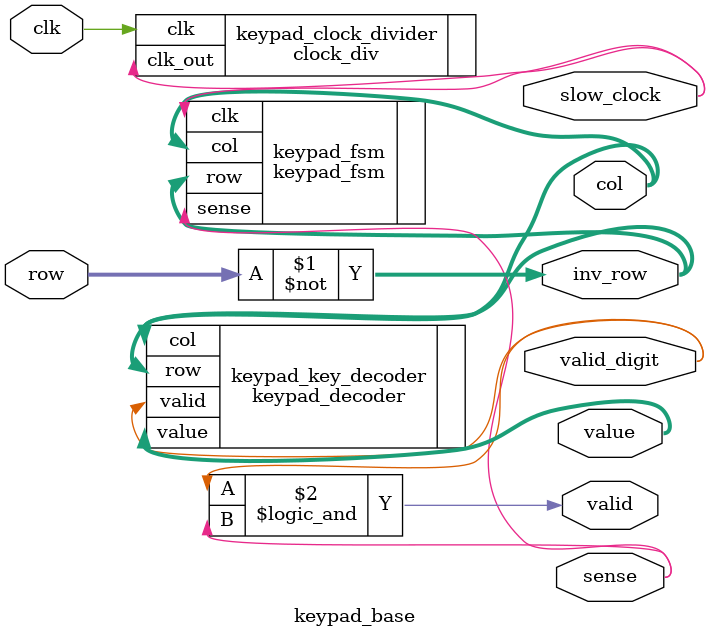
<source format=v>
module keypad_base( // Depends: clock_div, keypad_fsm, keypad_decoder
input clk,
input [3:0] row,
output [3:0] col,
output [3:0] value,
output valid,
// Debug
output slow_clock,
output sense,
output valid_digit,
output [3:0] inv_row
);
assign inv_row = ~row;
clock_div #(.DIV(100000)) keypad_clock_divider(
.clk(clk),
.clk_out(slow_clock)
);
keypad_fsm keypad_fsm(
.clk(slow_clock),
.row(inv_row),
.col(col),
.sense(sense)
);
keypad_decoder #(.BASE(10)) keypad_key_decoder(
.row(inv_row),
.col(col),
.value(value),
.valid(valid_digit)
);
assign valid = valid_digit && sense;
endmodule

</source>
